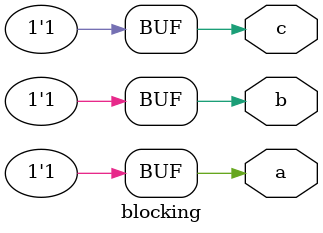
<source format=v>
module blocking(
	output reg a, b, c
);
  initial begin
    a = 0; b = 0; c = 0;
    #1 a = 1;
       b = a;
       c = b;
  end
endmodule


</source>
